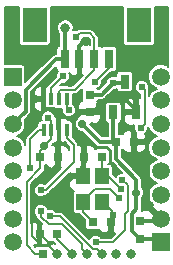
<source format=gbl>
G04 #@! TF.FileFunction,Copper,L2,Bot,Signal*
%FSLAX46Y46*%
G04 Gerber Fmt 4.6, Leading zero omitted, Abs format (unit mm)*
G04 Created by KiCad (PCBNEW 4.0.1-stable) date 2016 March 10, Thursday 22:45:26*
%MOMM*%
G01*
G04 APERTURE LIST*
%ADD10C,0.100000*%
%ADD11R,0.800000X1.600000*%
%ADD12R,2.100000X3.000000*%
%ADD13R,0.750000X0.800000*%
%ADD14R,0.800000X0.750000*%
%ADD15R,0.800000X0.800000*%
%ADD16O,0.800000X0.800000*%
%ADD17R,0.800000X1.200000*%
%ADD18R,0.450000X1.000000*%
%ADD19R,1.150000X1.400000*%
%ADD20C,1.500000*%
%ADD21R,1.500000X1.500000*%
%ADD22C,0.710000*%
%ADD23C,0.610000*%
%ADD24C,0.810000*%
%ADD25C,0.200000*%
%ADD26C,0.300000*%
%ADD27C,0.160000*%
G04 APERTURE END LIST*
D10*
D11*
X93125000Y-44999800D03*
X94375000Y-44999800D03*
X95625000Y-44999800D03*
X96875000Y-44999800D03*
D12*
X90575000Y-42099800D03*
X99425000Y-42099800D03*
D13*
X99500000Y-60250000D03*
X99500000Y-58750000D03*
D14*
X92500000Y-59800000D03*
X91000000Y-59800000D03*
X96250000Y-53250000D03*
X94750000Y-53250000D03*
X95550000Y-58800000D03*
X97050000Y-58800000D03*
X91050000Y-53300000D03*
X92550000Y-53300000D03*
D13*
X95250000Y-48000000D03*
X95250000Y-49500000D03*
D14*
X97500000Y-52000000D03*
X99000000Y-52000000D03*
D15*
X91250000Y-61500000D03*
D16*
X92500000Y-61500000D03*
X93750000Y-61500000D03*
X95000000Y-61500000D03*
X96250000Y-61500000D03*
X97500000Y-61500000D03*
X98750000Y-61500000D03*
D17*
X98200000Y-46900000D03*
X97250000Y-49500000D03*
X99150000Y-49500000D03*
D18*
X93300000Y-48400000D03*
X92650000Y-48400000D03*
X92000000Y-48400000D03*
X91350000Y-48400000D03*
X91350000Y-51000000D03*
X92000000Y-51000000D03*
X92650000Y-51000000D03*
X93300000Y-51000000D03*
D19*
X94700000Y-54900000D03*
X94700000Y-57100000D03*
X96300000Y-57100000D03*
X96300000Y-54900000D03*
D20*
X88750000Y-60500000D03*
X88750000Y-58500000D03*
X88750000Y-56500000D03*
X88750000Y-54500000D03*
X88750000Y-52500000D03*
X88750000Y-50500000D03*
D21*
X88750000Y-46500000D03*
D20*
X88750000Y-48500000D03*
X101250000Y-46500000D03*
X101250000Y-48500000D03*
X101250000Y-50500000D03*
X101250000Y-52500000D03*
X101250000Y-54500000D03*
X101250000Y-56500000D03*
D21*
X101250000Y-60500000D03*
D20*
X101250000Y-58500000D03*
D22*
X91400000Y-52400000D03*
X99200000Y-56300000D03*
X94600000Y-50500000D03*
D23*
X91750000Y-50000000D03*
D22*
X90500000Y-44900000D03*
X99300000Y-45000000D03*
X96100000Y-48900000D03*
D23*
X94400000Y-59000000D03*
D22*
X93600000Y-47000000D03*
X94971045Y-43534852D03*
X90600000Y-48400000D03*
X92600000Y-49600000D03*
D23*
X97183860Y-58202954D03*
X95750000Y-60500000D03*
X98001742Y-55235483D03*
X97909998Y-56000000D03*
X97749348Y-56753057D03*
D24*
X93175859Y-42347713D03*
D23*
X97250000Y-47000000D03*
X91100000Y-57900000D03*
X91900000Y-58300000D03*
X94113360Y-43111454D03*
X95700000Y-46900000D03*
X92970049Y-46475041D03*
X99651616Y-47399363D03*
X99600000Y-50800000D03*
X90163610Y-54206550D03*
X91100000Y-56100000D03*
X93470907Y-49321156D03*
D25*
X91050000Y-53300000D02*
X91050000Y-54250000D01*
X91050000Y-54250000D02*
X89900000Y-55400000D01*
X89900000Y-55400000D02*
X89900000Y-60750000D01*
X89900000Y-60750000D02*
X90650000Y-61500000D01*
X90650000Y-61500000D02*
X91250000Y-61500000D01*
X91050000Y-53300000D02*
X91050000Y-52750000D01*
X91050000Y-52750000D02*
X91400000Y-52400000D01*
X92000000Y-51700000D02*
X92000000Y-51800000D01*
X92000000Y-51800000D02*
X91400000Y-52400000D01*
D26*
X99200000Y-56300000D02*
X99200000Y-57716998D01*
X99200000Y-57716998D02*
X98814999Y-58101999D01*
X98814999Y-58101999D02*
X98814999Y-59539999D01*
X98814999Y-59539999D02*
X99500000Y-60225000D01*
X99500000Y-60225000D02*
X99500000Y-60250000D01*
X97500000Y-52000000D02*
X97500000Y-53500000D01*
X97500000Y-53500000D02*
X99200000Y-55200000D01*
X99200000Y-55200000D02*
X99200000Y-56300000D01*
X97500000Y-52000000D02*
X96100000Y-52000000D01*
X96100000Y-52000000D02*
X94600000Y-50500000D01*
X97250000Y-49500000D02*
X97250000Y-51750000D01*
X97250000Y-51750000D02*
X97500000Y-52000000D01*
D25*
X91750000Y-50000000D02*
X92000000Y-50250000D01*
X92000000Y-50250000D02*
X92000000Y-51000000D01*
X92000000Y-51700000D02*
X92000000Y-51000000D01*
D26*
X99500000Y-60250000D02*
X101000000Y-60250000D01*
X101000000Y-60250000D02*
X101250000Y-60500000D01*
X90600000Y-48400000D02*
X91350000Y-48400000D01*
D25*
X92650000Y-51000000D02*
X92650000Y-53200000D01*
X92650000Y-53200000D02*
X92550000Y-53300000D01*
X92550000Y-53300000D02*
X92550000Y-53813661D01*
X92550000Y-53813661D02*
X90318426Y-56045235D01*
X90318426Y-56045235D02*
X90318426Y-57000000D01*
D26*
X98150000Y-48300000D02*
X96700000Y-48300000D01*
X96700000Y-48300000D02*
X96100000Y-48900000D01*
X99150000Y-49300000D02*
X98150000Y-48300000D01*
X99150000Y-49300000D02*
X99150000Y-49500000D01*
X95250000Y-49500000D02*
X95500000Y-49500000D01*
X95500000Y-49500000D02*
X96100000Y-48900000D01*
X93700000Y-50000000D02*
X93900000Y-50000000D01*
X93900000Y-50000000D02*
X94075000Y-50000000D01*
D27*
X94750000Y-51950000D02*
X94004999Y-51204999D01*
X94004999Y-51204999D02*
X94004999Y-50104999D01*
X94004999Y-50104999D02*
X93900000Y-50000000D01*
X94750000Y-53250000D02*
X94750000Y-51950000D01*
X92600000Y-49600000D02*
X93000000Y-50000000D01*
X93000000Y-50000000D02*
X93700000Y-50000000D01*
X93965000Y-54900000D02*
X92365000Y-56500000D01*
X92365000Y-56500000D02*
X92065000Y-56800000D01*
X94400000Y-59000000D02*
X94400000Y-58535000D01*
X94400000Y-58535000D02*
X92365000Y-56500000D01*
X94400000Y-59000000D02*
X95100000Y-59700000D01*
X95100000Y-59700000D02*
X96685000Y-59700000D01*
X96685000Y-59700000D02*
X97050000Y-59335000D01*
X97050000Y-59335000D02*
X97050000Y-58800000D01*
X92065000Y-56800000D02*
X91865000Y-57000000D01*
X97050000Y-58800000D02*
X97050000Y-58336814D01*
X97050000Y-58336814D02*
X97183860Y-58202954D01*
D26*
X94375000Y-44999800D02*
X94375000Y-46225000D01*
X94375000Y-46225000D02*
X93600000Y-47000000D01*
X94375000Y-43899800D02*
X94739948Y-43534852D01*
X94739948Y-43534852D02*
X94971045Y-43534852D01*
X94375000Y-44999800D02*
X94375000Y-43899800D01*
D25*
X90318426Y-59951464D02*
X91206961Y-60839999D01*
X91858001Y-60839999D02*
X91910001Y-60891999D01*
X91206961Y-60839999D02*
X91858001Y-60839999D01*
D27*
X91865000Y-57000000D02*
X90318426Y-57000000D01*
D25*
X90318426Y-57000000D02*
X90318426Y-59951464D01*
D27*
X94700000Y-54900000D02*
X93965000Y-54900000D01*
X94750000Y-53250000D02*
X94750000Y-54850000D01*
X94750000Y-54850000D02*
X94700000Y-54900000D01*
D26*
X95250000Y-49500000D02*
X95250000Y-49475000D01*
X94075000Y-50000000D02*
X94575000Y-49500000D01*
X94575000Y-49500000D02*
X95250000Y-49500000D01*
D27*
X91910001Y-60891999D02*
X91910001Y-60685001D01*
X91910001Y-60685001D02*
X91025000Y-59800000D01*
X91025000Y-59800000D02*
X91000000Y-59800000D01*
D25*
X91910001Y-60910001D02*
X92500000Y-61500000D01*
X91910001Y-60891999D02*
X91910001Y-60910001D01*
D26*
X91350000Y-49150000D02*
X91350000Y-49200000D01*
X92600000Y-49600000D02*
X92240001Y-49240001D01*
X91350000Y-49200000D02*
X91350000Y-48400000D01*
X92240001Y-49240001D02*
X91390001Y-49240001D01*
X91390001Y-49240001D02*
X91350000Y-49200000D01*
X92600000Y-49600000D02*
X92600000Y-50950000D01*
X92600000Y-50950000D02*
X92650000Y-51000000D01*
X99000000Y-52675000D02*
X99000000Y-52000000D01*
X100189999Y-53864999D02*
X99000000Y-52675000D01*
X101250000Y-58500000D02*
X100189999Y-57439999D01*
X100189999Y-57439999D02*
X100189999Y-53864999D01*
D27*
X97183860Y-58202954D02*
X97183860Y-57983860D01*
X97183860Y-57983860D02*
X96300000Y-57100000D01*
D26*
X99500000Y-58750000D02*
X101000000Y-58750000D01*
X101000000Y-58750000D02*
X101250000Y-58500000D01*
D27*
X98200000Y-59500000D02*
X97200000Y-60500000D01*
X98001742Y-55235483D02*
X98454999Y-55688740D01*
X98200000Y-58131501D02*
X98200000Y-59500000D01*
X98454999Y-55688740D02*
X98454999Y-57876502D01*
X98454999Y-57876502D02*
X98200000Y-58131501D01*
X97200000Y-60500000D02*
X95750000Y-60500000D01*
X93750000Y-61500000D02*
X92500000Y-60250000D01*
X92500000Y-60250000D02*
X92500000Y-59800000D01*
X97909998Y-56000000D02*
X96809998Y-54900000D01*
X96809998Y-54900000D02*
X96300000Y-54900000D01*
X96300000Y-54900000D02*
X96300000Y-53300000D01*
X96300000Y-53300000D02*
X96250000Y-53250000D01*
X95550000Y-58800000D02*
X95525000Y-58800000D01*
X95525000Y-58800000D02*
X94700000Y-57975000D01*
X94700000Y-57975000D02*
X94700000Y-57960000D01*
X94700000Y-57960000D02*
X94700000Y-57100000D01*
X96996291Y-56000000D02*
X95675000Y-56000000D01*
X95675000Y-56000000D02*
X94700000Y-56975000D01*
X94700000Y-56975000D02*
X94700000Y-57100000D01*
X97749348Y-56753057D02*
X96996291Y-56000000D01*
D26*
X93125000Y-42398572D02*
X93175859Y-42347713D01*
X93125000Y-44999800D02*
X93125000Y-42398572D01*
X93125000Y-44999800D02*
X92425000Y-44999800D01*
X92425000Y-44999800D02*
X89810001Y-47614799D01*
X89810001Y-47614799D02*
X89810001Y-49439999D01*
X89810001Y-49439999D02*
X89499999Y-49750001D01*
X89499999Y-49750001D02*
X88750000Y-50500000D01*
X97250000Y-47000000D02*
X96250000Y-48000000D01*
X96250000Y-48000000D02*
X95250000Y-48000000D01*
X97250000Y-47000000D02*
X98100000Y-47000000D01*
X98100000Y-47000000D02*
X98200000Y-46900000D01*
D27*
X91100000Y-57900000D02*
X91100000Y-58331335D01*
X91100000Y-58331335D02*
X91768665Y-59000000D01*
X91768665Y-59000000D02*
X92907002Y-59000000D01*
X92907002Y-59000000D02*
X94600001Y-60692999D01*
X94600001Y-60692999D02*
X94600001Y-61100001D01*
X94600001Y-61100001D02*
X95000000Y-61500000D01*
X96250000Y-61500000D02*
X95850001Y-61100001D01*
X95850001Y-61100001D02*
X95547203Y-61100001D01*
X95547203Y-61100001D02*
X92747202Y-58300000D01*
X92747202Y-58300000D02*
X92331335Y-58300000D01*
X92331335Y-58300000D02*
X91900000Y-58300000D01*
X95625000Y-45959800D02*
X95625000Y-44999800D01*
X92650000Y-48400000D02*
X92650000Y-47740000D01*
X92650000Y-47740000D02*
X92794998Y-47595002D01*
X92794998Y-47595002D02*
X93989798Y-47595002D01*
X93989798Y-47595002D02*
X95625000Y-45959800D01*
X95236755Y-42806455D02*
X94418359Y-42806455D01*
X94418359Y-42806455D02*
X94113360Y-43111454D01*
X95625000Y-44999800D02*
X95625000Y-43194700D01*
X95625000Y-43194700D02*
X95236755Y-42806455D01*
X95700000Y-46900000D02*
X96875000Y-45725000D01*
X96875000Y-45725000D02*
X96875000Y-44999800D01*
X92000000Y-48400000D02*
X92000000Y-47445090D01*
X92000000Y-47445090D02*
X92665050Y-46780040D01*
X92665050Y-46780040D02*
X92970049Y-46475041D01*
X99904999Y-47652746D02*
X99651616Y-47399363D01*
X99904999Y-50495001D02*
X99904999Y-47652746D01*
X99600000Y-50800000D02*
X99904999Y-50495001D01*
X90163610Y-54206550D02*
X90163610Y-51801390D01*
X90163610Y-51801390D02*
X90965000Y-51000000D01*
X90965000Y-51000000D02*
X91350000Y-51000000D01*
X93890001Y-53741197D02*
X92531198Y-55100000D01*
X91100000Y-56100000D02*
X91531335Y-56100000D01*
X92531198Y-55100137D02*
X92531198Y-55100000D01*
X91531335Y-56100000D02*
X92531198Y-55100137D01*
X93890001Y-52250001D02*
X93890001Y-53741197D01*
X93300000Y-51660000D02*
X93890001Y-52250001D01*
X93300000Y-51000000D02*
X93300000Y-51660000D01*
X93300000Y-48400000D02*
X93300000Y-49150249D01*
X93300000Y-49150249D02*
X93470907Y-49321156D01*
D25*
G36*
X92654000Y-61346000D02*
X92674000Y-61346000D01*
X92674000Y-61654000D01*
X92654000Y-61654000D01*
X92654000Y-61674000D01*
X92346000Y-61674000D01*
X92346000Y-61654000D01*
X92326000Y-61654000D01*
X92326000Y-61346000D01*
X92346000Y-61346000D01*
X92346000Y-61326000D01*
X92654000Y-61326000D01*
X92654000Y-61346000D01*
X92654000Y-61346000D01*
G37*
X92654000Y-61346000D02*
X92674000Y-61346000D01*
X92674000Y-61654000D01*
X92654000Y-61654000D01*
X92654000Y-61674000D01*
X92346000Y-61674000D01*
X92346000Y-61654000D01*
X92326000Y-61654000D01*
X92326000Y-61346000D01*
X92346000Y-61346000D01*
X92346000Y-61326000D01*
X92654000Y-61326000D01*
X92654000Y-61346000D01*
G36*
X89219123Y-43599800D02*
X89240042Y-43710973D01*
X89305745Y-43813079D01*
X89405997Y-43881578D01*
X89525000Y-43905677D01*
X91625000Y-43905677D01*
X91736173Y-43884758D01*
X91838279Y-43819055D01*
X91906778Y-43718803D01*
X91930877Y-43599800D01*
X91930877Y-40600000D01*
X98069123Y-40600000D01*
X98069123Y-43599800D01*
X98090042Y-43710973D01*
X98155745Y-43813079D01*
X98255997Y-43881578D01*
X98375000Y-43905677D01*
X100475000Y-43905677D01*
X100586173Y-43884758D01*
X100688279Y-43819055D01*
X100756778Y-43718803D01*
X100780877Y-43599800D01*
X100780877Y-40600000D01*
X101900000Y-40600000D01*
X101900000Y-45664913D01*
X101845554Y-45610372D01*
X101459774Y-45450182D01*
X101042058Y-45449818D01*
X100656000Y-45609334D01*
X100360372Y-45904446D01*
X100200182Y-46290226D01*
X100199818Y-46707942D01*
X100359334Y-47094000D01*
X100654446Y-47389628D01*
X100920429Y-47500074D01*
X100656000Y-47609334D01*
X100360372Y-47904446D01*
X100284999Y-48085964D01*
X100284999Y-47652751D01*
X100285000Y-47652746D01*
X100256520Y-47509571D01*
X100256721Y-47279549D01*
X100164809Y-47057106D01*
X99994769Y-46886768D01*
X99772486Y-46794468D01*
X99531802Y-46794258D01*
X99309359Y-46886170D01*
X99139021Y-47056210D01*
X99046721Y-47278493D01*
X99046511Y-47519177D01*
X99138423Y-47741620D01*
X99308463Y-47911958D01*
X99524999Y-48001872D01*
X99524999Y-48292000D01*
X99456000Y-48292000D01*
X99304000Y-48444000D01*
X99304000Y-49346000D01*
X99324000Y-49346000D01*
X99324000Y-49654000D01*
X99304000Y-49654000D01*
X99304000Y-49674000D01*
X98996000Y-49674000D01*
X98996000Y-49654000D01*
X98294000Y-49654000D01*
X98142000Y-49806000D01*
X98142000Y-50220938D01*
X98234562Y-50444404D01*
X98405595Y-50615437D01*
X98629061Y-50708000D01*
X98844000Y-50708000D01*
X98995998Y-50556002D01*
X98995998Y-50676979D01*
X98995105Y-50679130D01*
X98994895Y-50919814D01*
X99086807Y-51142257D01*
X99154000Y-51209568D01*
X99154000Y-51846000D01*
X99856000Y-51846000D01*
X100008000Y-51694000D01*
X100008000Y-51504062D01*
X99930886Y-51317891D01*
X99942257Y-51313193D01*
X100112595Y-51143153D01*
X100204895Y-50920870D01*
X100205070Y-50720652D01*
X100359334Y-51094000D01*
X100654446Y-51389628D01*
X100920429Y-51500074D01*
X100656000Y-51609334D01*
X100360372Y-51904446D01*
X100200182Y-52290226D01*
X100199818Y-52707942D01*
X100359334Y-53094000D01*
X100654446Y-53389628D01*
X100920429Y-53500074D01*
X100656000Y-53609334D01*
X100360372Y-53904446D01*
X100200182Y-54290226D01*
X100199818Y-54707942D01*
X100359334Y-55094000D01*
X100654446Y-55389628D01*
X100920429Y-55500074D01*
X100656000Y-55609334D01*
X100360372Y-55904446D01*
X100200182Y-56290226D01*
X100199818Y-56707942D01*
X100359334Y-57094000D01*
X100564707Y-57299732D01*
X100494140Y-57526351D01*
X101250000Y-58282211D01*
X101264142Y-58268069D01*
X101481931Y-58485858D01*
X101467789Y-58500000D01*
X101481931Y-58514142D01*
X101264142Y-58731931D01*
X101250000Y-58717789D01*
X101235858Y-58731931D01*
X101018069Y-58514142D01*
X101032211Y-58500000D01*
X100276351Y-57744140D01*
X100119226Y-57793067D01*
X99995938Y-57742000D01*
X99806000Y-57742000D01*
X99654002Y-57893998D01*
X99654002Y-57742000D01*
X99645027Y-57742000D01*
X99650000Y-57716998D01*
X99650000Y-56776287D01*
X99754958Y-56671512D01*
X99854886Y-56430859D01*
X99855113Y-56170284D01*
X99755606Y-55929457D01*
X99650000Y-55823667D01*
X99650000Y-55200000D01*
X99615746Y-55027792D01*
X99518198Y-54881802D01*
X97950000Y-53313604D01*
X97950000Y-52671469D01*
X98011173Y-52659958D01*
X98049676Y-52635182D01*
X98084562Y-52719404D01*
X98255595Y-52890437D01*
X98479061Y-52983000D01*
X98694000Y-52983000D01*
X98846000Y-52831000D01*
X98846000Y-52154000D01*
X99154000Y-52154000D01*
X99154000Y-52831000D01*
X99306000Y-52983000D01*
X99520939Y-52983000D01*
X99744405Y-52890437D01*
X99915438Y-52719404D01*
X100008000Y-52495938D01*
X100008000Y-52306000D01*
X99856000Y-52154000D01*
X99154000Y-52154000D01*
X98846000Y-52154000D01*
X98826000Y-52154000D01*
X98826000Y-51846000D01*
X98846000Y-51846000D01*
X98846000Y-51169000D01*
X98694000Y-51017000D01*
X98479061Y-51017000D01*
X98255595Y-51109563D01*
X98084562Y-51280596D01*
X98049882Y-51364321D01*
X98019003Y-51343222D01*
X97900000Y-51319123D01*
X97700000Y-51319123D01*
X97700000Y-50396469D01*
X97761173Y-50384958D01*
X97863279Y-50319255D01*
X97931778Y-50219003D01*
X97955877Y-50100000D01*
X97955877Y-48900000D01*
X97934958Y-48788827D01*
X97928675Y-48779062D01*
X98142000Y-48779062D01*
X98142000Y-49194000D01*
X98294000Y-49346000D01*
X98996000Y-49346000D01*
X98996000Y-48444000D01*
X98844000Y-48292000D01*
X98629061Y-48292000D01*
X98405595Y-48384563D01*
X98234562Y-48555596D01*
X98142000Y-48779062D01*
X97928675Y-48779062D01*
X97869255Y-48686721D01*
X97769003Y-48618222D01*
X97650000Y-48594123D01*
X96850000Y-48594123D01*
X96738827Y-48615042D01*
X96636721Y-48680745D01*
X96568222Y-48780997D01*
X96544123Y-48900000D01*
X96544123Y-50100000D01*
X96565042Y-50211173D01*
X96630745Y-50313279D01*
X96730997Y-50381778D01*
X96800000Y-50395752D01*
X96800000Y-51550000D01*
X96286396Y-51550000D01*
X95254984Y-50518588D01*
X95254993Y-50508000D01*
X95404002Y-50508000D01*
X95404002Y-50356002D01*
X95556000Y-50508000D01*
X95745938Y-50508000D01*
X95969404Y-50415438D01*
X96140437Y-50244405D01*
X96233000Y-50020939D01*
X96233000Y-49806000D01*
X96081000Y-49654000D01*
X95404000Y-49654000D01*
X95404000Y-49674000D01*
X95096000Y-49674000D01*
X95096000Y-49654000D01*
X94419000Y-49654000D01*
X94267000Y-49806000D01*
X94267000Y-49928882D01*
X94229457Y-49944394D01*
X94045042Y-50128488D01*
X93945114Y-50369141D01*
X93944887Y-50629716D01*
X94044394Y-50870543D01*
X94228488Y-51054958D01*
X94469141Y-51154886D01*
X94618620Y-51155016D01*
X95781802Y-52318198D01*
X95927792Y-52415746D01*
X96100000Y-52450000D01*
X96808235Y-52450000D01*
X96815042Y-52486173D01*
X96880745Y-52588279D01*
X96980997Y-52656778D01*
X97050000Y-52670752D01*
X97050000Y-53500000D01*
X97084254Y-53672208D01*
X97165635Y-53794003D01*
X97181802Y-53818198D01*
X97994080Y-54630476D01*
X97881928Y-54630378D01*
X97659485Y-54722290D01*
X97489147Y-54892330D01*
X97445307Y-54997907D01*
X97180877Y-54733477D01*
X97180877Y-54200000D01*
X97159958Y-54088827D01*
X97094255Y-53986721D01*
X96994003Y-53918222D01*
X96875000Y-53894123D01*
X96785781Y-53894123D01*
X96863279Y-53844255D01*
X96931778Y-53744003D01*
X96955877Y-53625000D01*
X96955877Y-52875000D01*
X96934958Y-52763827D01*
X96869255Y-52661721D01*
X96769003Y-52593222D01*
X96650000Y-52569123D01*
X95850000Y-52569123D01*
X95738827Y-52590042D01*
X95700324Y-52614818D01*
X95665438Y-52530596D01*
X95494405Y-52359563D01*
X95270939Y-52267000D01*
X95056000Y-52267000D01*
X94904000Y-52419000D01*
X94904000Y-53096000D01*
X94924000Y-53096000D01*
X94924000Y-53404000D01*
X94904000Y-53404000D01*
X94904000Y-53694000D01*
X94854000Y-53744000D01*
X94854000Y-54746000D01*
X94874000Y-54746000D01*
X94874000Y-55054000D01*
X94854000Y-55054000D01*
X94854000Y-55074000D01*
X94546000Y-55074000D01*
X94546000Y-55054000D01*
X93669000Y-55054000D01*
X93517000Y-55206000D01*
X93517000Y-55720939D01*
X93609563Y-55944405D01*
X93780596Y-56115438D01*
X93922115Y-56174057D01*
X93911721Y-56180745D01*
X93843222Y-56280997D01*
X93819123Y-56400000D01*
X93819123Y-57800000D01*
X93840042Y-57911173D01*
X93905745Y-58013279D01*
X94005997Y-58081778D01*
X94125000Y-58105877D01*
X94346033Y-58105877D01*
X94348926Y-58120420D01*
X94388860Y-58180186D01*
X94431299Y-58243701D01*
X94844123Y-58656524D01*
X94844123Y-59175000D01*
X94865042Y-59286173D01*
X94930745Y-59388279D01*
X95030997Y-59456778D01*
X95150000Y-59480877D01*
X95950000Y-59480877D01*
X96061173Y-59459958D01*
X96099676Y-59435182D01*
X96134562Y-59519404D01*
X96305595Y-59690437D01*
X96529061Y-59783000D01*
X96744000Y-59783000D01*
X96896000Y-59631000D01*
X96896000Y-58954000D01*
X96876000Y-58954000D01*
X96876000Y-58646000D01*
X96896000Y-58646000D01*
X96896000Y-58626000D01*
X97204000Y-58626000D01*
X97204000Y-58646000D01*
X97224000Y-58646000D01*
X97224000Y-58954000D01*
X97204000Y-58954000D01*
X97204000Y-59631000D01*
X97356000Y-59783000D01*
X97379598Y-59783000D01*
X97042598Y-60120000D01*
X96225516Y-60120000D01*
X96093153Y-59987405D01*
X95870870Y-59895105D01*
X95630186Y-59894895D01*
X95407743Y-59986807D01*
X95237405Y-60156847D01*
X95209251Y-60224648D01*
X93015903Y-58031299D01*
X92948230Y-57986082D01*
X92892622Y-57948926D01*
X92868494Y-57944127D01*
X92747202Y-57919999D01*
X92747197Y-57920000D01*
X92375516Y-57920000D01*
X92243153Y-57787405D01*
X92020870Y-57695105D01*
X91780186Y-57694895D01*
X91685952Y-57733832D01*
X91613193Y-57557743D01*
X91443153Y-57387405D01*
X91220870Y-57295105D01*
X90980186Y-57294895D01*
X90757743Y-57386807D01*
X90587405Y-57556847D01*
X90495105Y-57779130D01*
X90494895Y-58019814D01*
X90586807Y-58242257D01*
X90731016Y-58386719D01*
X90738631Y-58425000D01*
X90748926Y-58476755D01*
X90785371Y-58531299D01*
X90831299Y-58600036D01*
X91177132Y-58945868D01*
X91154000Y-58969000D01*
X91154000Y-59646000D01*
X91174000Y-59646000D01*
X91174000Y-59954000D01*
X91154000Y-59954000D01*
X91154000Y-60631000D01*
X91306000Y-60783000D01*
X91520939Y-60783000D01*
X91744405Y-60690437D01*
X91915438Y-60519404D01*
X91950118Y-60435679D01*
X91980997Y-60456778D01*
X92100000Y-60480877D01*
X92206026Y-60480877D01*
X92231299Y-60518701D01*
X92345998Y-60633400D01*
X92345998Y-60655814D01*
X92192058Y-60540172D01*
X91848188Y-60731079D01*
X91775460Y-60822634D01*
X91769003Y-60818222D01*
X91650000Y-60794123D01*
X90850000Y-60794123D01*
X90738827Y-60815042D01*
X90636721Y-60880745D01*
X90620367Y-60904681D01*
X90498686Y-60783000D01*
X90694000Y-60783000D01*
X90846000Y-60631000D01*
X90846000Y-59954000D01*
X90826000Y-59954000D01*
X90826000Y-59646000D01*
X90846000Y-59646000D01*
X90846000Y-58969000D01*
X90694000Y-58817000D01*
X90479061Y-58817000D01*
X90300000Y-58891170D01*
X90300000Y-56219814D01*
X90494895Y-56219814D01*
X90586807Y-56442257D01*
X90756847Y-56612595D01*
X90979130Y-56704895D01*
X91219814Y-56705105D01*
X91442257Y-56613193D01*
X91586719Y-56468984D01*
X91652627Y-56455873D01*
X91676755Y-56451074D01*
X91800036Y-56368701D01*
X92799896Y-55368840D01*
X92799899Y-55368838D01*
X92800175Y-55368425D01*
X93545800Y-54622800D01*
X93669000Y-54746000D01*
X94546000Y-54746000D01*
X94546000Y-54131000D01*
X94596000Y-54081000D01*
X94596000Y-53404000D01*
X94576000Y-53404000D01*
X94576000Y-53096000D01*
X94596000Y-53096000D01*
X94596000Y-52419000D01*
X94444000Y-52267000D01*
X94270001Y-52267000D01*
X94270001Y-52250001D01*
X94241075Y-52104581D01*
X94158702Y-51981300D01*
X94158699Y-51981298D01*
X93802567Y-51625166D01*
X93806778Y-51619003D01*
X93830877Y-51500000D01*
X93830877Y-50500000D01*
X93809958Y-50388827D01*
X93744255Y-50286721D01*
X93644003Y-50218222D01*
X93525000Y-50194123D01*
X93406396Y-50194123D01*
X93390438Y-50155596D01*
X93219405Y-49984563D01*
X92995939Y-49892000D01*
X92914500Y-49892000D01*
X92762500Y-50044000D01*
X92762500Y-50846000D01*
X92769123Y-50846000D01*
X92769123Y-51154000D01*
X92762500Y-51154000D01*
X92762500Y-51956000D01*
X92914500Y-52108000D01*
X92995939Y-52108000D01*
X93147726Y-52045128D01*
X93510001Y-52407402D01*
X93510001Y-52688181D01*
X93465438Y-52580596D01*
X93294405Y-52409563D01*
X93070939Y-52317000D01*
X92856000Y-52317000D01*
X92704000Y-52469000D01*
X92704000Y-53146000D01*
X92724000Y-53146000D01*
X92724000Y-53454000D01*
X92704000Y-53454000D01*
X92704000Y-54131000D01*
X92833398Y-54260398D01*
X92262497Y-54831299D01*
X92262219Y-54831715D01*
X91474813Y-55619120D01*
X91443153Y-55587405D01*
X91220870Y-55495105D01*
X90980186Y-55494895D01*
X90757743Y-55586807D01*
X90587405Y-55756847D01*
X90495105Y-55979130D01*
X90494895Y-56219814D01*
X90300000Y-56219814D01*
X90300000Y-55565686D01*
X91332840Y-54532845D01*
X91332843Y-54532843D01*
X91419552Y-54403073D01*
X91429717Y-54351970D01*
X91450001Y-54250000D01*
X91450000Y-54249995D01*
X91450000Y-53980877D01*
X91561173Y-53959958D01*
X91599676Y-53935182D01*
X91634562Y-54019404D01*
X91805595Y-54190437D01*
X92029061Y-54283000D01*
X92244000Y-54283000D01*
X92396000Y-54131000D01*
X92396000Y-53454000D01*
X92376000Y-53454000D01*
X92376000Y-53146000D01*
X92396000Y-53146000D01*
X92396000Y-52469000D01*
X92244000Y-52317000D01*
X92055072Y-52317000D01*
X92055078Y-52310608D01*
X92271269Y-52094417D01*
X92304061Y-52108000D01*
X92385500Y-52108000D01*
X92537500Y-51956000D01*
X92537500Y-51154000D01*
X92530877Y-51154000D01*
X92530877Y-50846000D01*
X92537500Y-50846000D01*
X92537500Y-50044000D01*
X92385500Y-49892000D01*
X92355095Y-49892000D01*
X92355105Y-49880186D01*
X92263193Y-49657743D01*
X92093153Y-49487405D01*
X91919531Y-49415311D01*
X92090438Y-49244404D01*
X92106396Y-49205877D01*
X92225000Y-49205877D01*
X92328671Y-49186370D01*
X92425000Y-49205877D01*
X92866007Y-49205877D01*
X92865802Y-49440970D01*
X92957714Y-49663413D01*
X93127754Y-49833751D01*
X93350037Y-49926051D01*
X93590721Y-49926261D01*
X93813164Y-49834349D01*
X93983502Y-49664309D01*
X94075802Y-49442026D01*
X94076012Y-49201342D01*
X93984100Y-48978899D01*
X93830877Y-48825407D01*
X93830877Y-47975002D01*
X93989793Y-47975002D01*
X93989798Y-47975003D01*
X94111090Y-47950875D01*
X94135218Y-47946076D01*
X94258499Y-47863703D01*
X94581038Y-47541164D01*
X94569123Y-47600000D01*
X94569123Y-48400000D01*
X94590042Y-48511173D01*
X94614818Y-48549676D01*
X94530596Y-48584562D01*
X94359563Y-48755595D01*
X94267000Y-48979061D01*
X94267000Y-49194000D01*
X94419000Y-49346000D01*
X95096000Y-49346000D01*
X95096000Y-49326000D01*
X95404000Y-49326000D01*
X95404000Y-49346000D01*
X96081000Y-49346000D01*
X96233000Y-49194000D01*
X96233000Y-48979061D01*
X96140437Y-48755595D01*
X95969404Y-48584562D01*
X95885679Y-48549882D01*
X95906778Y-48519003D01*
X95920752Y-48450000D01*
X96250000Y-48450000D01*
X96422208Y-48415746D01*
X96568198Y-48318198D01*
X97281368Y-47605028D01*
X97369814Y-47605105D01*
X97503506Y-47549864D01*
X97515042Y-47611173D01*
X97580745Y-47713279D01*
X97680997Y-47781778D01*
X97800000Y-47805877D01*
X98600000Y-47805877D01*
X98711173Y-47784958D01*
X98813279Y-47719255D01*
X98881778Y-47619003D01*
X98905877Y-47500000D01*
X98905877Y-46300000D01*
X98884958Y-46188827D01*
X98819255Y-46086721D01*
X98719003Y-46018222D01*
X98600000Y-45994123D01*
X97800000Y-45994123D01*
X97688827Y-46015042D01*
X97586721Y-46080745D01*
X97518222Y-46180997D01*
X97494123Y-46300000D01*
X97494123Y-46446284D01*
X97370870Y-46395105D01*
X97130186Y-46394895D01*
X96907743Y-46486807D01*
X96737405Y-46656847D01*
X96645105Y-46879130D01*
X96645027Y-46968577D01*
X96063604Y-47550000D01*
X95921469Y-47550000D01*
X95909958Y-47488827D01*
X95899299Y-47472262D01*
X96042257Y-47413193D01*
X96212595Y-47243153D01*
X96304895Y-47020870D01*
X96305059Y-46832343D01*
X97031725Y-46105677D01*
X97275000Y-46105677D01*
X97386173Y-46084758D01*
X97488279Y-46019055D01*
X97556778Y-45918803D01*
X97580877Y-45799800D01*
X97580877Y-44199800D01*
X97559958Y-44088627D01*
X97494255Y-43986521D01*
X97394003Y-43918022D01*
X97275000Y-43893923D01*
X96475000Y-43893923D01*
X96363827Y-43914842D01*
X96261721Y-43980545D01*
X96250746Y-43996608D01*
X96244255Y-43986521D01*
X96144003Y-43918022D01*
X96025000Y-43893923D01*
X96005000Y-43893923D01*
X96005000Y-43194700D01*
X95976074Y-43049280D01*
X95893701Y-42925999D01*
X95893698Y-42925997D01*
X95505456Y-42537754D01*
X95458769Y-42506559D01*
X95382175Y-42455381D01*
X95358047Y-42450582D01*
X95236755Y-42426454D01*
X95236750Y-42426455D01*
X94418364Y-42426455D01*
X94418359Y-42426454D01*
X94297067Y-42450582D01*
X94272939Y-42455381D01*
X94196394Y-42506526D01*
X93993546Y-42506349D01*
X93848458Y-42566299D01*
X93880737Y-42488561D01*
X93880981Y-42208095D01*
X93773878Y-41948884D01*
X93575731Y-41750391D01*
X93316707Y-41642835D01*
X93036241Y-41642591D01*
X92777030Y-41749694D01*
X92578537Y-41947841D01*
X92470981Y-42206865D01*
X92470737Y-42487331D01*
X92577840Y-42746542D01*
X92675000Y-42843872D01*
X92675000Y-43903331D01*
X92613827Y-43914842D01*
X92511721Y-43980545D01*
X92443222Y-44080797D01*
X92419123Y-44199800D01*
X92419123Y-44550969D01*
X92252792Y-44584054D01*
X92199295Y-44619800D01*
X92106802Y-44681602D01*
X89805877Y-46982527D01*
X89805877Y-45750000D01*
X89784958Y-45638827D01*
X89719255Y-45536721D01*
X89619003Y-45468222D01*
X89500000Y-45444123D01*
X88100000Y-45444123D01*
X88100000Y-40600000D01*
X89219123Y-40600000D01*
X89219123Y-43599800D01*
X89219123Y-43599800D01*
G37*
X89219123Y-43599800D02*
X89240042Y-43710973D01*
X89305745Y-43813079D01*
X89405997Y-43881578D01*
X89525000Y-43905677D01*
X91625000Y-43905677D01*
X91736173Y-43884758D01*
X91838279Y-43819055D01*
X91906778Y-43718803D01*
X91930877Y-43599800D01*
X91930877Y-40600000D01*
X98069123Y-40600000D01*
X98069123Y-43599800D01*
X98090042Y-43710973D01*
X98155745Y-43813079D01*
X98255997Y-43881578D01*
X98375000Y-43905677D01*
X100475000Y-43905677D01*
X100586173Y-43884758D01*
X100688279Y-43819055D01*
X100756778Y-43718803D01*
X100780877Y-43599800D01*
X100780877Y-40600000D01*
X101900000Y-40600000D01*
X101900000Y-45664913D01*
X101845554Y-45610372D01*
X101459774Y-45450182D01*
X101042058Y-45449818D01*
X100656000Y-45609334D01*
X100360372Y-45904446D01*
X100200182Y-46290226D01*
X100199818Y-46707942D01*
X100359334Y-47094000D01*
X100654446Y-47389628D01*
X100920429Y-47500074D01*
X100656000Y-47609334D01*
X100360372Y-47904446D01*
X100284999Y-48085964D01*
X100284999Y-47652751D01*
X100285000Y-47652746D01*
X100256520Y-47509571D01*
X100256721Y-47279549D01*
X100164809Y-47057106D01*
X99994769Y-46886768D01*
X99772486Y-46794468D01*
X99531802Y-46794258D01*
X99309359Y-46886170D01*
X99139021Y-47056210D01*
X99046721Y-47278493D01*
X99046511Y-47519177D01*
X99138423Y-47741620D01*
X99308463Y-47911958D01*
X99524999Y-48001872D01*
X99524999Y-48292000D01*
X99456000Y-48292000D01*
X99304000Y-48444000D01*
X99304000Y-49346000D01*
X99324000Y-49346000D01*
X99324000Y-49654000D01*
X99304000Y-49654000D01*
X99304000Y-49674000D01*
X98996000Y-49674000D01*
X98996000Y-49654000D01*
X98294000Y-49654000D01*
X98142000Y-49806000D01*
X98142000Y-50220938D01*
X98234562Y-50444404D01*
X98405595Y-50615437D01*
X98629061Y-50708000D01*
X98844000Y-50708000D01*
X98995998Y-50556002D01*
X98995998Y-50676979D01*
X98995105Y-50679130D01*
X98994895Y-50919814D01*
X99086807Y-51142257D01*
X99154000Y-51209568D01*
X99154000Y-51846000D01*
X99856000Y-51846000D01*
X100008000Y-51694000D01*
X100008000Y-51504062D01*
X99930886Y-51317891D01*
X99942257Y-51313193D01*
X100112595Y-51143153D01*
X100204895Y-50920870D01*
X100205070Y-50720652D01*
X100359334Y-51094000D01*
X100654446Y-51389628D01*
X100920429Y-51500074D01*
X100656000Y-51609334D01*
X100360372Y-51904446D01*
X100200182Y-52290226D01*
X100199818Y-52707942D01*
X100359334Y-53094000D01*
X100654446Y-53389628D01*
X100920429Y-53500074D01*
X100656000Y-53609334D01*
X100360372Y-53904446D01*
X100200182Y-54290226D01*
X100199818Y-54707942D01*
X100359334Y-55094000D01*
X100654446Y-55389628D01*
X100920429Y-55500074D01*
X100656000Y-55609334D01*
X100360372Y-55904446D01*
X100200182Y-56290226D01*
X100199818Y-56707942D01*
X100359334Y-57094000D01*
X100564707Y-57299732D01*
X100494140Y-57526351D01*
X101250000Y-58282211D01*
X101264142Y-58268069D01*
X101481931Y-58485858D01*
X101467789Y-58500000D01*
X101481931Y-58514142D01*
X101264142Y-58731931D01*
X101250000Y-58717789D01*
X101235858Y-58731931D01*
X101018069Y-58514142D01*
X101032211Y-58500000D01*
X100276351Y-57744140D01*
X100119226Y-57793067D01*
X99995938Y-57742000D01*
X99806000Y-57742000D01*
X99654002Y-57893998D01*
X99654002Y-57742000D01*
X99645027Y-57742000D01*
X99650000Y-57716998D01*
X99650000Y-56776287D01*
X99754958Y-56671512D01*
X99854886Y-56430859D01*
X99855113Y-56170284D01*
X99755606Y-55929457D01*
X99650000Y-55823667D01*
X99650000Y-55200000D01*
X99615746Y-55027792D01*
X99518198Y-54881802D01*
X97950000Y-53313604D01*
X97950000Y-52671469D01*
X98011173Y-52659958D01*
X98049676Y-52635182D01*
X98084562Y-52719404D01*
X98255595Y-52890437D01*
X98479061Y-52983000D01*
X98694000Y-52983000D01*
X98846000Y-52831000D01*
X98846000Y-52154000D01*
X99154000Y-52154000D01*
X99154000Y-52831000D01*
X99306000Y-52983000D01*
X99520939Y-52983000D01*
X99744405Y-52890437D01*
X99915438Y-52719404D01*
X100008000Y-52495938D01*
X100008000Y-52306000D01*
X99856000Y-52154000D01*
X99154000Y-52154000D01*
X98846000Y-52154000D01*
X98826000Y-52154000D01*
X98826000Y-51846000D01*
X98846000Y-51846000D01*
X98846000Y-51169000D01*
X98694000Y-51017000D01*
X98479061Y-51017000D01*
X98255595Y-51109563D01*
X98084562Y-51280596D01*
X98049882Y-51364321D01*
X98019003Y-51343222D01*
X97900000Y-51319123D01*
X97700000Y-51319123D01*
X97700000Y-50396469D01*
X97761173Y-50384958D01*
X97863279Y-50319255D01*
X97931778Y-50219003D01*
X97955877Y-50100000D01*
X97955877Y-48900000D01*
X97934958Y-48788827D01*
X97928675Y-48779062D01*
X98142000Y-48779062D01*
X98142000Y-49194000D01*
X98294000Y-49346000D01*
X98996000Y-49346000D01*
X98996000Y-48444000D01*
X98844000Y-48292000D01*
X98629061Y-48292000D01*
X98405595Y-48384563D01*
X98234562Y-48555596D01*
X98142000Y-48779062D01*
X97928675Y-48779062D01*
X97869255Y-48686721D01*
X97769003Y-48618222D01*
X97650000Y-48594123D01*
X96850000Y-48594123D01*
X96738827Y-48615042D01*
X96636721Y-48680745D01*
X96568222Y-48780997D01*
X96544123Y-48900000D01*
X96544123Y-50100000D01*
X96565042Y-50211173D01*
X96630745Y-50313279D01*
X96730997Y-50381778D01*
X96800000Y-50395752D01*
X96800000Y-51550000D01*
X96286396Y-51550000D01*
X95254984Y-50518588D01*
X95254993Y-50508000D01*
X95404002Y-50508000D01*
X95404002Y-50356002D01*
X95556000Y-50508000D01*
X95745938Y-50508000D01*
X95969404Y-50415438D01*
X96140437Y-50244405D01*
X96233000Y-50020939D01*
X96233000Y-49806000D01*
X96081000Y-49654000D01*
X95404000Y-49654000D01*
X95404000Y-49674000D01*
X95096000Y-49674000D01*
X95096000Y-49654000D01*
X94419000Y-49654000D01*
X94267000Y-49806000D01*
X94267000Y-49928882D01*
X94229457Y-49944394D01*
X94045042Y-50128488D01*
X93945114Y-50369141D01*
X93944887Y-50629716D01*
X94044394Y-50870543D01*
X94228488Y-51054958D01*
X94469141Y-51154886D01*
X94618620Y-51155016D01*
X95781802Y-52318198D01*
X95927792Y-52415746D01*
X96100000Y-52450000D01*
X96808235Y-52450000D01*
X96815042Y-52486173D01*
X96880745Y-52588279D01*
X96980997Y-52656778D01*
X97050000Y-52670752D01*
X97050000Y-53500000D01*
X97084254Y-53672208D01*
X97165635Y-53794003D01*
X97181802Y-53818198D01*
X97994080Y-54630476D01*
X97881928Y-54630378D01*
X97659485Y-54722290D01*
X97489147Y-54892330D01*
X97445307Y-54997907D01*
X97180877Y-54733477D01*
X97180877Y-54200000D01*
X97159958Y-54088827D01*
X97094255Y-53986721D01*
X96994003Y-53918222D01*
X96875000Y-53894123D01*
X96785781Y-53894123D01*
X96863279Y-53844255D01*
X96931778Y-53744003D01*
X96955877Y-53625000D01*
X96955877Y-52875000D01*
X96934958Y-52763827D01*
X96869255Y-52661721D01*
X96769003Y-52593222D01*
X96650000Y-52569123D01*
X95850000Y-52569123D01*
X95738827Y-52590042D01*
X95700324Y-52614818D01*
X95665438Y-52530596D01*
X95494405Y-52359563D01*
X95270939Y-52267000D01*
X95056000Y-52267000D01*
X94904000Y-52419000D01*
X94904000Y-53096000D01*
X94924000Y-53096000D01*
X94924000Y-53404000D01*
X94904000Y-53404000D01*
X94904000Y-53694000D01*
X94854000Y-53744000D01*
X94854000Y-54746000D01*
X94874000Y-54746000D01*
X94874000Y-55054000D01*
X94854000Y-55054000D01*
X94854000Y-55074000D01*
X94546000Y-55074000D01*
X94546000Y-55054000D01*
X93669000Y-55054000D01*
X93517000Y-55206000D01*
X93517000Y-55720939D01*
X93609563Y-55944405D01*
X93780596Y-56115438D01*
X93922115Y-56174057D01*
X93911721Y-56180745D01*
X93843222Y-56280997D01*
X93819123Y-56400000D01*
X93819123Y-57800000D01*
X93840042Y-57911173D01*
X93905745Y-58013279D01*
X94005997Y-58081778D01*
X94125000Y-58105877D01*
X94346033Y-58105877D01*
X94348926Y-58120420D01*
X94388860Y-58180186D01*
X94431299Y-58243701D01*
X94844123Y-58656524D01*
X94844123Y-59175000D01*
X94865042Y-59286173D01*
X94930745Y-59388279D01*
X95030997Y-59456778D01*
X95150000Y-59480877D01*
X95950000Y-59480877D01*
X96061173Y-59459958D01*
X96099676Y-59435182D01*
X96134562Y-59519404D01*
X96305595Y-59690437D01*
X96529061Y-59783000D01*
X96744000Y-59783000D01*
X96896000Y-59631000D01*
X96896000Y-58954000D01*
X96876000Y-58954000D01*
X96876000Y-58646000D01*
X96896000Y-58646000D01*
X96896000Y-58626000D01*
X97204000Y-58626000D01*
X97204000Y-58646000D01*
X97224000Y-58646000D01*
X97224000Y-58954000D01*
X97204000Y-58954000D01*
X97204000Y-59631000D01*
X97356000Y-59783000D01*
X97379598Y-59783000D01*
X97042598Y-60120000D01*
X96225516Y-60120000D01*
X96093153Y-59987405D01*
X95870870Y-59895105D01*
X95630186Y-59894895D01*
X95407743Y-59986807D01*
X95237405Y-60156847D01*
X95209251Y-60224648D01*
X93015903Y-58031299D01*
X92948230Y-57986082D01*
X92892622Y-57948926D01*
X92868494Y-57944127D01*
X92747202Y-57919999D01*
X92747197Y-57920000D01*
X92375516Y-57920000D01*
X92243153Y-57787405D01*
X92020870Y-57695105D01*
X91780186Y-57694895D01*
X91685952Y-57733832D01*
X91613193Y-57557743D01*
X91443153Y-57387405D01*
X91220870Y-57295105D01*
X90980186Y-57294895D01*
X90757743Y-57386807D01*
X90587405Y-57556847D01*
X90495105Y-57779130D01*
X90494895Y-58019814D01*
X90586807Y-58242257D01*
X90731016Y-58386719D01*
X90738631Y-58425000D01*
X90748926Y-58476755D01*
X90785371Y-58531299D01*
X90831299Y-58600036D01*
X91177132Y-58945868D01*
X91154000Y-58969000D01*
X91154000Y-59646000D01*
X91174000Y-59646000D01*
X91174000Y-59954000D01*
X91154000Y-59954000D01*
X91154000Y-60631000D01*
X91306000Y-60783000D01*
X91520939Y-60783000D01*
X91744405Y-60690437D01*
X91915438Y-60519404D01*
X91950118Y-60435679D01*
X91980997Y-60456778D01*
X92100000Y-60480877D01*
X92206026Y-60480877D01*
X92231299Y-60518701D01*
X92345998Y-60633400D01*
X92345998Y-60655814D01*
X92192058Y-60540172D01*
X91848188Y-60731079D01*
X91775460Y-60822634D01*
X91769003Y-60818222D01*
X91650000Y-60794123D01*
X90850000Y-60794123D01*
X90738827Y-60815042D01*
X90636721Y-60880745D01*
X90620367Y-60904681D01*
X90498686Y-60783000D01*
X90694000Y-60783000D01*
X90846000Y-60631000D01*
X90846000Y-59954000D01*
X90826000Y-59954000D01*
X90826000Y-59646000D01*
X90846000Y-59646000D01*
X90846000Y-58969000D01*
X90694000Y-58817000D01*
X90479061Y-58817000D01*
X90300000Y-58891170D01*
X90300000Y-56219814D01*
X90494895Y-56219814D01*
X90586807Y-56442257D01*
X90756847Y-56612595D01*
X90979130Y-56704895D01*
X91219814Y-56705105D01*
X91442257Y-56613193D01*
X91586719Y-56468984D01*
X91652627Y-56455873D01*
X91676755Y-56451074D01*
X91800036Y-56368701D01*
X92799896Y-55368840D01*
X92799899Y-55368838D01*
X92800175Y-55368425D01*
X93545800Y-54622800D01*
X93669000Y-54746000D01*
X94546000Y-54746000D01*
X94546000Y-54131000D01*
X94596000Y-54081000D01*
X94596000Y-53404000D01*
X94576000Y-53404000D01*
X94576000Y-53096000D01*
X94596000Y-53096000D01*
X94596000Y-52419000D01*
X94444000Y-52267000D01*
X94270001Y-52267000D01*
X94270001Y-52250001D01*
X94241075Y-52104581D01*
X94158702Y-51981300D01*
X94158699Y-51981298D01*
X93802567Y-51625166D01*
X93806778Y-51619003D01*
X93830877Y-51500000D01*
X93830877Y-50500000D01*
X93809958Y-50388827D01*
X93744255Y-50286721D01*
X93644003Y-50218222D01*
X93525000Y-50194123D01*
X93406396Y-50194123D01*
X93390438Y-50155596D01*
X93219405Y-49984563D01*
X92995939Y-49892000D01*
X92914500Y-49892000D01*
X92762500Y-50044000D01*
X92762500Y-50846000D01*
X92769123Y-50846000D01*
X92769123Y-51154000D01*
X92762500Y-51154000D01*
X92762500Y-51956000D01*
X92914500Y-52108000D01*
X92995939Y-52108000D01*
X93147726Y-52045128D01*
X93510001Y-52407402D01*
X93510001Y-52688181D01*
X93465438Y-52580596D01*
X93294405Y-52409563D01*
X93070939Y-52317000D01*
X92856000Y-52317000D01*
X92704000Y-52469000D01*
X92704000Y-53146000D01*
X92724000Y-53146000D01*
X92724000Y-53454000D01*
X92704000Y-53454000D01*
X92704000Y-54131000D01*
X92833398Y-54260398D01*
X92262497Y-54831299D01*
X92262219Y-54831715D01*
X91474813Y-55619120D01*
X91443153Y-55587405D01*
X91220870Y-55495105D01*
X90980186Y-55494895D01*
X90757743Y-55586807D01*
X90587405Y-55756847D01*
X90495105Y-55979130D01*
X90494895Y-56219814D01*
X90300000Y-56219814D01*
X90300000Y-55565686D01*
X91332840Y-54532845D01*
X91332843Y-54532843D01*
X91419552Y-54403073D01*
X91429717Y-54351970D01*
X91450001Y-54250000D01*
X91450000Y-54249995D01*
X91450000Y-53980877D01*
X91561173Y-53959958D01*
X91599676Y-53935182D01*
X91634562Y-54019404D01*
X91805595Y-54190437D01*
X92029061Y-54283000D01*
X92244000Y-54283000D01*
X92396000Y-54131000D01*
X92396000Y-53454000D01*
X92376000Y-53454000D01*
X92376000Y-53146000D01*
X92396000Y-53146000D01*
X92396000Y-52469000D01*
X92244000Y-52317000D01*
X92055072Y-52317000D01*
X92055078Y-52310608D01*
X92271269Y-52094417D01*
X92304061Y-52108000D01*
X92385500Y-52108000D01*
X92537500Y-51956000D01*
X92537500Y-51154000D01*
X92530877Y-51154000D01*
X92530877Y-50846000D01*
X92537500Y-50846000D01*
X92537500Y-50044000D01*
X92385500Y-49892000D01*
X92355095Y-49892000D01*
X92355105Y-49880186D01*
X92263193Y-49657743D01*
X92093153Y-49487405D01*
X91919531Y-49415311D01*
X92090438Y-49244404D01*
X92106396Y-49205877D01*
X92225000Y-49205877D01*
X92328671Y-49186370D01*
X92425000Y-49205877D01*
X92866007Y-49205877D01*
X92865802Y-49440970D01*
X92957714Y-49663413D01*
X93127754Y-49833751D01*
X93350037Y-49926051D01*
X93590721Y-49926261D01*
X93813164Y-49834349D01*
X93983502Y-49664309D01*
X94075802Y-49442026D01*
X94076012Y-49201342D01*
X93984100Y-48978899D01*
X93830877Y-48825407D01*
X93830877Y-47975002D01*
X93989793Y-47975002D01*
X93989798Y-47975003D01*
X94111090Y-47950875D01*
X94135218Y-47946076D01*
X94258499Y-47863703D01*
X94581038Y-47541164D01*
X94569123Y-47600000D01*
X94569123Y-48400000D01*
X94590042Y-48511173D01*
X94614818Y-48549676D01*
X94530596Y-48584562D01*
X94359563Y-48755595D01*
X94267000Y-48979061D01*
X94267000Y-49194000D01*
X94419000Y-49346000D01*
X95096000Y-49346000D01*
X95096000Y-49326000D01*
X95404000Y-49326000D01*
X95404000Y-49346000D01*
X96081000Y-49346000D01*
X96233000Y-49194000D01*
X96233000Y-48979061D01*
X96140437Y-48755595D01*
X95969404Y-48584562D01*
X95885679Y-48549882D01*
X95906778Y-48519003D01*
X95920752Y-48450000D01*
X96250000Y-48450000D01*
X96422208Y-48415746D01*
X96568198Y-48318198D01*
X97281368Y-47605028D01*
X97369814Y-47605105D01*
X97503506Y-47549864D01*
X97515042Y-47611173D01*
X97580745Y-47713279D01*
X97680997Y-47781778D01*
X97800000Y-47805877D01*
X98600000Y-47805877D01*
X98711173Y-47784958D01*
X98813279Y-47719255D01*
X98881778Y-47619003D01*
X98905877Y-47500000D01*
X98905877Y-46300000D01*
X98884958Y-46188827D01*
X98819255Y-46086721D01*
X98719003Y-46018222D01*
X98600000Y-45994123D01*
X97800000Y-45994123D01*
X97688827Y-46015042D01*
X97586721Y-46080745D01*
X97518222Y-46180997D01*
X97494123Y-46300000D01*
X97494123Y-46446284D01*
X97370870Y-46395105D01*
X97130186Y-46394895D01*
X96907743Y-46486807D01*
X96737405Y-46656847D01*
X96645105Y-46879130D01*
X96645027Y-46968577D01*
X96063604Y-47550000D01*
X95921469Y-47550000D01*
X95909958Y-47488827D01*
X95899299Y-47472262D01*
X96042257Y-47413193D01*
X96212595Y-47243153D01*
X96304895Y-47020870D01*
X96305059Y-46832343D01*
X97031725Y-46105677D01*
X97275000Y-46105677D01*
X97386173Y-46084758D01*
X97488279Y-46019055D01*
X97556778Y-45918803D01*
X97580877Y-45799800D01*
X97580877Y-44199800D01*
X97559958Y-44088627D01*
X97494255Y-43986521D01*
X97394003Y-43918022D01*
X97275000Y-43893923D01*
X96475000Y-43893923D01*
X96363827Y-43914842D01*
X96261721Y-43980545D01*
X96250746Y-43996608D01*
X96244255Y-43986521D01*
X96144003Y-43918022D01*
X96025000Y-43893923D01*
X96005000Y-43893923D01*
X96005000Y-43194700D01*
X95976074Y-43049280D01*
X95893701Y-42925999D01*
X95893698Y-42925997D01*
X95505456Y-42537754D01*
X95458769Y-42506559D01*
X95382175Y-42455381D01*
X95358047Y-42450582D01*
X95236755Y-42426454D01*
X95236750Y-42426455D01*
X94418364Y-42426455D01*
X94418359Y-42426454D01*
X94297067Y-42450582D01*
X94272939Y-42455381D01*
X94196394Y-42506526D01*
X93993546Y-42506349D01*
X93848458Y-42566299D01*
X93880737Y-42488561D01*
X93880981Y-42208095D01*
X93773878Y-41948884D01*
X93575731Y-41750391D01*
X93316707Y-41642835D01*
X93036241Y-41642591D01*
X92777030Y-41749694D01*
X92578537Y-41947841D01*
X92470981Y-42206865D01*
X92470737Y-42487331D01*
X92577840Y-42746542D01*
X92675000Y-42843872D01*
X92675000Y-43903331D01*
X92613827Y-43914842D01*
X92511721Y-43980545D01*
X92443222Y-44080797D01*
X92419123Y-44199800D01*
X92419123Y-44550969D01*
X92252792Y-44584054D01*
X92199295Y-44619800D01*
X92106802Y-44681602D01*
X89805877Y-46982527D01*
X89805877Y-45750000D01*
X89784958Y-45638827D01*
X89719255Y-45536721D01*
X89619003Y-45468222D01*
X89500000Y-45444123D01*
X88100000Y-45444123D01*
X88100000Y-40600000D01*
X89219123Y-40600000D01*
X89219123Y-43599800D01*
G36*
X99654000Y-58596000D02*
X99674000Y-58596000D01*
X99674000Y-58904000D01*
X99654000Y-58904000D01*
X99654000Y-58924000D01*
X99346000Y-58924000D01*
X99346000Y-58904000D01*
X99326000Y-58904000D01*
X99326000Y-58596000D01*
X99346000Y-58596000D01*
X99346000Y-58576000D01*
X99654000Y-58576000D01*
X99654000Y-58596000D01*
X99654000Y-58596000D01*
G37*
X99654000Y-58596000D02*
X99674000Y-58596000D01*
X99674000Y-58904000D01*
X99654000Y-58904000D01*
X99654000Y-58924000D01*
X99346000Y-58924000D01*
X99346000Y-58904000D01*
X99326000Y-58904000D01*
X99326000Y-58596000D01*
X99346000Y-58596000D01*
X99346000Y-58576000D01*
X99654000Y-58576000D01*
X99654000Y-58596000D01*
G36*
X96454000Y-56946000D02*
X96474000Y-56946000D01*
X96474000Y-57254000D01*
X96454000Y-57254000D01*
X96454000Y-57274000D01*
X96146000Y-57274000D01*
X96146000Y-57254000D01*
X96126000Y-57254000D01*
X96126000Y-56946000D01*
X96146000Y-56946000D01*
X96146000Y-56926000D01*
X96454000Y-56926000D01*
X96454000Y-56946000D01*
X96454000Y-56946000D01*
G37*
X96454000Y-56946000D02*
X96474000Y-56946000D01*
X96474000Y-57254000D01*
X96454000Y-57254000D01*
X96454000Y-57274000D01*
X96146000Y-57274000D01*
X96146000Y-57254000D01*
X96126000Y-57254000D01*
X96126000Y-56946000D01*
X96146000Y-56946000D01*
X96146000Y-56926000D01*
X96454000Y-56926000D01*
X96454000Y-56946000D01*
G36*
X92419123Y-45799800D02*
X92440042Y-45910973D01*
X92505745Y-46013079D01*
X92547732Y-46041768D01*
X92457454Y-46131888D01*
X92365154Y-46354171D01*
X92364990Y-46542699D01*
X91731299Y-47176389D01*
X91654051Y-47292000D01*
X91614500Y-47292000D01*
X91462500Y-47444000D01*
X91462500Y-48246000D01*
X91469123Y-48246000D01*
X91469123Y-48554000D01*
X91462500Y-48554000D01*
X91462500Y-49356000D01*
X91539051Y-49432551D01*
X91407743Y-49486807D01*
X91237405Y-49656847D01*
X91145105Y-49879130D01*
X91144895Y-50119814D01*
X91175599Y-50194123D01*
X91125000Y-50194123D01*
X91013827Y-50215042D01*
X90911721Y-50280745D01*
X90843222Y-50380997D01*
X90819123Y-50500000D01*
X90819123Y-50649231D01*
X90784737Y-50672207D01*
X90696299Y-50731299D01*
X90696297Y-50731302D01*
X89894909Y-51532689D01*
X89812536Y-51655970D01*
X89807737Y-51680098D01*
X89783609Y-51801390D01*
X89783610Y-51801395D01*
X89783610Y-52251951D01*
X89640666Y-51906000D01*
X89345554Y-51610372D01*
X89079571Y-51499926D01*
X89344000Y-51390666D01*
X89639628Y-51095554D01*
X89799818Y-50709774D01*
X89800182Y-50292058D01*
X89739997Y-50146399D01*
X90128199Y-49758197D01*
X90155621Y-49717157D01*
X90225747Y-49612207D01*
X90260001Y-49439999D01*
X90260001Y-48706000D01*
X90517000Y-48706000D01*
X90517000Y-49020938D01*
X90609562Y-49244404D01*
X90780595Y-49415437D01*
X91004061Y-49508000D01*
X91085500Y-49508000D01*
X91237500Y-49356000D01*
X91237500Y-48554000D01*
X90669000Y-48554000D01*
X90517000Y-48706000D01*
X90260001Y-48706000D01*
X90260001Y-47801195D01*
X90282134Y-47779062D01*
X90517000Y-47779062D01*
X90517000Y-48094000D01*
X90669000Y-48246000D01*
X91237500Y-48246000D01*
X91237500Y-47444000D01*
X91085500Y-47292000D01*
X91004061Y-47292000D01*
X90780595Y-47384563D01*
X90609562Y-47555596D01*
X90517000Y-47779062D01*
X90282134Y-47779062D01*
X92419123Y-45642073D01*
X92419123Y-45799800D01*
X92419123Y-45799800D01*
G37*
X92419123Y-45799800D02*
X92440042Y-45910973D01*
X92505745Y-46013079D01*
X92547732Y-46041768D01*
X92457454Y-46131888D01*
X92365154Y-46354171D01*
X92364990Y-46542699D01*
X91731299Y-47176389D01*
X91654051Y-47292000D01*
X91614500Y-47292000D01*
X91462500Y-47444000D01*
X91462500Y-48246000D01*
X91469123Y-48246000D01*
X91469123Y-48554000D01*
X91462500Y-48554000D01*
X91462500Y-49356000D01*
X91539051Y-49432551D01*
X91407743Y-49486807D01*
X91237405Y-49656847D01*
X91145105Y-49879130D01*
X91144895Y-50119814D01*
X91175599Y-50194123D01*
X91125000Y-50194123D01*
X91013827Y-50215042D01*
X90911721Y-50280745D01*
X90843222Y-50380997D01*
X90819123Y-50500000D01*
X90819123Y-50649231D01*
X90784737Y-50672207D01*
X90696299Y-50731299D01*
X90696297Y-50731302D01*
X89894909Y-51532689D01*
X89812536Y-51655970D01*
X89807737Y-51680098D01*
X89783609Y-51801390D01*
X89783610Y-51801395D01*
X89783610Y-52251951D01*
X89640666Y-51906000D01*
X89345554Y-51610372D01*
X89079571Y-51499926D01*
X89344000Y-51390666D01*
X89639628Y-51095554D01*
X89799818Y-50709774D01*
X89800182Y-50292058D01*
X89739997Y-50146399D01*
X90128199Y-49758197D01*
X90155621Y-49717157D01*
X90225747Y-49612207D01*
X90260001Y-49439999D01*
X90260001Y-48706000D01*
X90517000Y-48706000D01*
X90517000Y-49020938D01*
X90609562Y-49244404D01*
X90780595Y-49415437D01*
X91004061Y-49508000D01*
X91085500Y-49508000D01*
X91237500Y-49356000D01*
X91237500Y-48554000D01*
X90669000Y-48554000D01*
X90517000Y-48706000D01*
X90260001Y-48706000D01*
X90260001Y-47801195D01*
X90282134Y-47779062D01*
X90517000Y-47779062D01*
X90517000Y-48094000D01*
X90669000Y-48246000D01*
X91237500Y-48246000D01*
X91237500Y-47444000D01*
X91085500Y-47292000D01*
X91004061Y-47292000D01*
X90780595Y-47384563D01*
X90609562Y-47555596D01*
X90517000Y-47779062D01*
X90282134Y-47779062D01*
X92419123Y-45642073D01*
X92419123Y-45799800D01*
G36*
X88981931Y-48485858D02*
X88967789Y-48500000D01*
X88981931Y-48514142D01*
X88764142Y-48731931D01*
X88750000Y-48717789D01*
X88735858Y-48731931D01*
X88518069Y-48514142D01*
X88532211Y-48500000D01*
X88518069Y-48485858D01*
X88735858Y-48268069D01*
X88750000Y-48282211D01*
X88764142Y-48268069D01*
X88981931Y-48485858D01*
X88981931Y-48485858D01*
G37*
X88981931Y-48485858D02*
X88967789Y-48500000D01*
X88981931Y-48514142D01*
X88764142Y-48731931D01*
X88750000Y-48717789D01*
X88735858Y-48731931D01*
X88518069Y-48514142D01*
X88532211Y-48500000D01*
X88518069Y-48485858D01*
X88735858Y-48268069D01*
X88750000Y-48282211D01*
X88764142Y-48268069D01*
X88981931Y-48485858D01*
G36*
X94529000Y-44845800D02*
X94549000Y-44845800D01*
X94549000Y-45153800D01*
X94529000Y-45153800D01*
X94529000Y-46255800D01*
X94660299Y-46387099D01*
X93832396Y-47215002D01*
X92795003Y-47215002D01*
X92794998Y-47215001D01*
X92760660Y-47221832D01*
X92902509Y-47079983D01*
X93089863Y-47080146D01*
X93312306Y-46988234D01*
X93482644Y-46818194D01*
X93574944Y-46595911D01*
X93575154Y-46355227D01*
X93507957Y-46192599D01*
X93630595Y-46315237D01*
X93854061Y-46407800D01*
X94069000Y-46407800D01*
X94221000Y-46255800D01*
X94221000Y-45153800D01*
X94201000Y-45153800D01*
X94201000Y-44845800D01*
X94221000Y-44845800D01*
X94221000Y-44825800D01*
X94529000Y-44825800D01*
X94529000Y-44845800D01*
X94529000Y-44845800D01*
G37*
X94529000Y-44845800D02*
X94549000Y-44845800D01*
X94549000Y-45153800D01*
X94529000Y-45153800D01*
X94529000Y-46255800D01*
X94660299Y-46387099D01*
X93832396Y-47215002D01*
X92795003Y-47215002D01*
X92794998Y-47215001D01*
X92760660Y-47221832D01*
X92902509Y-47079983D01*
X93089863Y-47080146D01*
X93312306Y-46988234D01*
X93482644Y-46818194D01*
X93574944Y-46595911D01*
X93575154Y-46355227D01*
X93507957Y-46192599D01*
X93630595Y-46315237D01*
X93854061Y-46407800D01*
X94069000Y-46407800D01*
X94221000Y-46255800D01*
X94221000Y-45153800D01*
X94201000Y-45153800D01*
X94201000Y-44845800D01*
X94221000Y-44845800D01*
X94221000Y-44825800D01*
X94529000Y-44825800D01*
X94529000Y-44845800D01*
G36*
X95245000Y-43352101D02*
X95245000Y-43809958D01*
X95119405Y-43684363D01*
X94895939Y-43591800D01*
X94681000Y-43591800D01*
X94529002Y-43743798D01*
X94529002Y-43591800D01*
X94488522Y-43591800D01*
X94625955Y-43454607D01*
X94718255Y-43232324D01*
X94718295Y-43186455D01*
X95079353Y-43186455D01*
X95245000Y-43352101D01*
X95245000Y-43352101D01*
G37*
X95245000Y-43352101D02*
X95245000Y-43809958D01*
X95119405Y-43684363D01*
X94895939Y-43591800D01*
X94681000Y-43591800D01*
X94529002Y-43743798D01*
X94529002Y-43591800D01*
X94488522Y-43591800D01*
X94625955Y-43454607D01*
X94718255Y-43232324D01*
X94718295Y-43186455D01*
X95079353Y-43186455D01*
X95245000Y-43352101D01*
M02*

</source>
